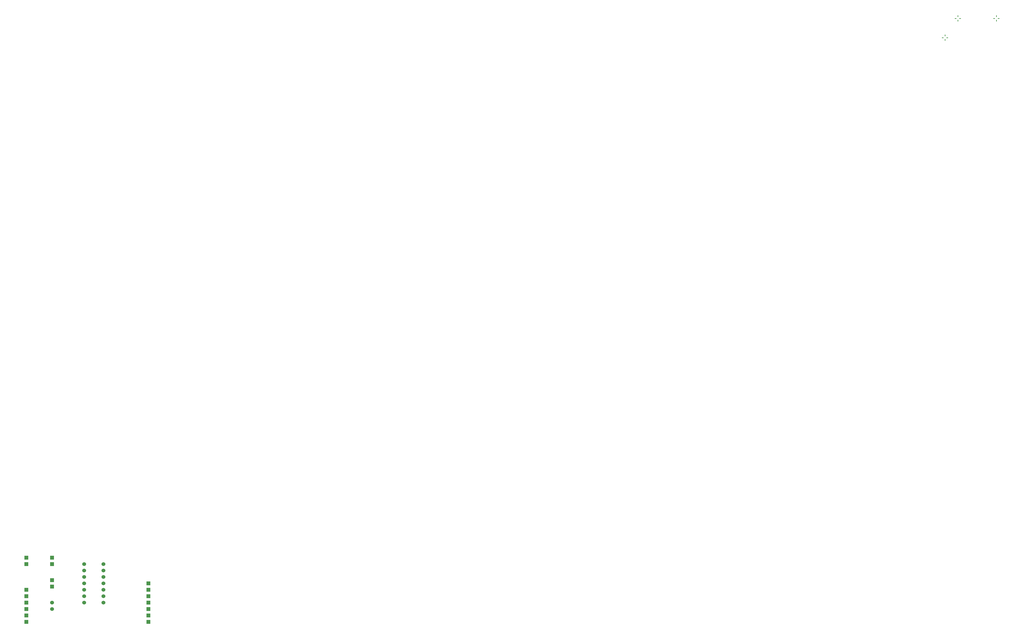
<source format=gbr>
G04 EasyPC Gerber Version 21.0.3 Build 4286 *
G04 #@! TF.Part,Single*
G04 #@! TF.FileFunction,Copper,L1,Top *
G04 #@! TF.FilePolarity,Positive *
%FSLAX35Y35*%
%MOIN*%
G04 #@! TA.AperFunction,ComponentPad*
%ADD26R,0.06000X0.06000*%
G04 #@! TD.AperFunction*
%ADD12C,0.01000*%
G04 #@! TA.AperFunction,ComponentPad*
%ADD27C,0.06000*%
X0Y0D02*
D02*
D12*
X1447620Y1124800D02*
X1445620D01*
X1450120Y1122300D02*
Y1120300D01*
Y1127300D02*
Y1129300D01*
X1452620Y1124800D02*
X1454620D01*
X1467620Y1154800D02*
X1465620D01*
X1470120Y1152300D02*
Y1150300D01*
Y1157300D02*
Y1159300D01*
X1472620Y1154800D02*
X1474620D01*
X1527620D02*
X1525620D01*
X1530120Y1152300D02*
Y1150300D01*
Y1157300D02*
Y1159300D01*
X1532620Y1154800D02*
X1534620D01*
D02*
D26*
X20120Y214800D03*
Y224800D03*
Y234800D03*
Y244800D03*
Y254800D03*
Y264800D03*
Y304800D03*
Y314800D03*
X60120Y269800D03*
Y279800D03*
Y304800D03*
Y314800D03*
X210120Y214800D03*
Y224800D03*
Y234800D03*
Y244800D03*
Y254800D03*
Y264800D03*
Y274800D03*
D02*
D27*
X60120Y234800D03*
Y244800D03*
X110120D03*
Y254800D03*
Y264800D03*
Y274800D03*
Y284800D03*
Y294800D03*
Y304800D03*
X140120Y244800D03*
Y254800D03*
Y264800D03*
Y274800D03*
Y284800D03*
Y294800D03*
Y304800D03*
X0Y0D02*
M02*

</source>
